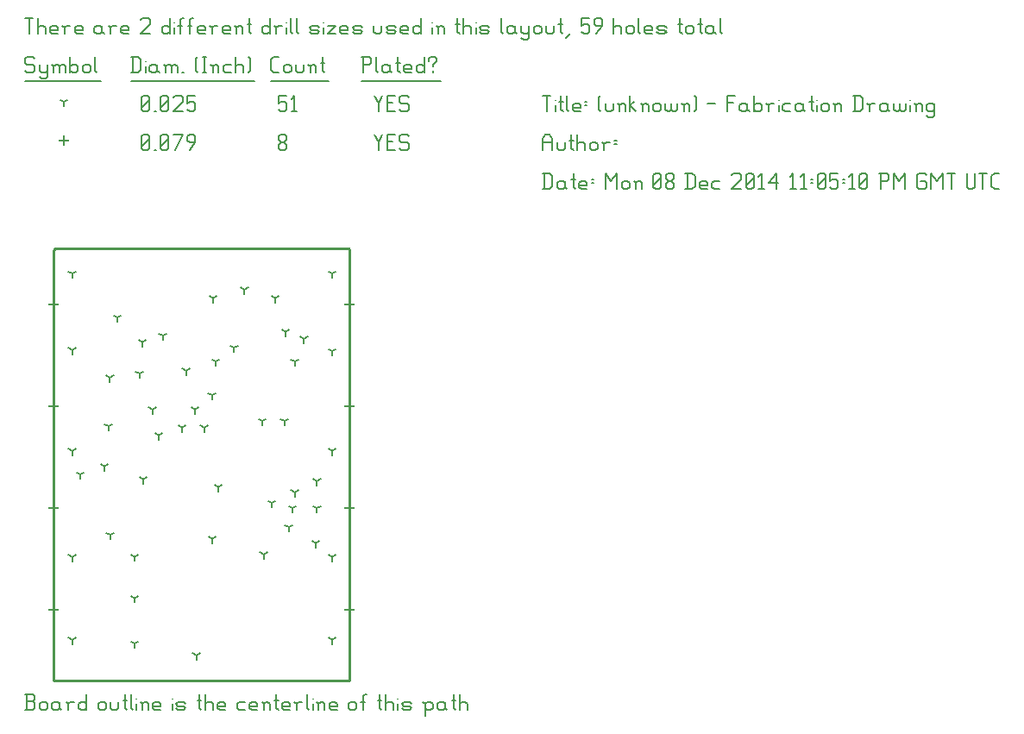
<source format=gbr>
G04 start of page 12 for group -3984 idx -3984 *
G04 Title: (unknown), fab *
G04 Creator: pcb 1.99z *
G04 CreationDate: Mon 08 Dec 2014 11:05:10 PM GMT UTC *
G04 For: commonadmin *
G04 Format: Gerber/RS-274X *
G04 PCB-Dimensions (mil): 1377.95 1692.91 *
G04 PCB-Coordinate-Origin: lower left *
%MOIN*%
%FSLAX25Y25*%
%LNFAB*%
%ADD66C,0.0100*%
%ADD65C,0.0075*%
%ADD64C,0.0060*%
%ADD63R,0.0080X0.0080*%
G54D63*X11000Y148891D02*Y145691D01*
X9400Y147291D02*X12600D01*
X11000Y109521D02*Y106321D01*
X9400Y107921D02*X12600D01*
X11000Y70151D02*Y66951D01*
X9400Y68551D02*X12600D01*
X11000Y30781D02*Y27581D01*
X9400Y29181D02*X12600D01*
X125173Y30781D02*Y27581D01*
X123573Y29181D02*X126773D01*
X125173Y70151D02*Y66951D01*
X123573Y68551D02*X126773D01*
X125173Y109521D02*Y106321D01*
X123573Y107921D02*X126773D01*
X125173Y148891D02*Y145691D01*
X123573Y147291D02*X126773D01*
X15000Y212141D02*Y208941D01*
X13400Y210541D02*X16600D01*
G54D64*X135000Y212791D02*X136500Y209791D01*
X138000Y212791D01*
X136500Y209791D02*Y206791D01*
X139800Y210091D02*X142050D01*
X139800Y206791D02*X142800D01*
X139800Y212791D02*Y206791D01*
Y212791D02*X142800D01*
X147600D02*X148350Y212041D01*
X145350Y212791D02*X147600D01*
X144600Y212041D02*X145350Y212791D01*
X144600Y212041D02*Y210541D01*
X145350Y209791D01*
X147600D01*
X148350Y209041D01*
Y207541D01*
X147600Y206791D02*X148350Y207541D01*
X145350Y206791D02*X147600D01*
X144600Y207541D02*X145350Y206791D01*
X98000Y207541D02*X98750Y206791D01*
X98000Y208741D02*Y207541D01*
Y208741D02*X99050Y209791D01*
X99950D01*
X101000Y208741D01*
Y207541D01*
X100250Y206791D02*X101000Y207541D01*
X98750Y206791D02*X100250D01*
X98000Y210841D02*X99050Y209791D01*
X98000Y212041D02*Y210841D01*
Y212041D02*X98750Y212791D01*
X100250D01*
X101000Y212041D01*
Y210841D01*
X99950Y209791D02*X101000Y210841D01*
X45000Y207541D02*X45750Y206791D01*
X45000Y212041D02*Y207541D01*
Y212041D02*X45750Y212791D01*
X47250D01*
X48000Y212041D01*
Y207541D01*
X47250Y206791D02*X48000Y207541D01*
X45750Y206791D02*X47250D01*
X45000Y208291D02*X48000Y211291D01*
X49800Y206791D02*X50550D01*
X52350Y207541D02*X53100Y206791D01*
X52350Y212041D02*Y207541D01*
Y212041D02*X53100Y212791D01*
X54600D01*
X55350Y212041D01*
Y207541D01*
X54600Y206791D02*X55350Y207541D01*
X53100Y206791D02*X54600D01*
X52350Y208291D02*X55350Y211291D01*
X57900Y206791D02*X60900Y212791D01*
X57150D02*X60900D01*
X63450Y206791D02*X65700Y209791D01*
Y212041D02*Y209791D01*
X64950Y212791D02*X65700Y212041D01*
X63450Y212791D02*X64950D01*
X62700Y212041D02*X63450Y212791D01*
X62700Y212041D02*Y210541D01*
X63450Y209791D01*
X65700D01*
X62130Y121587D02*Y119987D01*
Y121587D02*X63517Y122387D01*
X62130Y121587D02*X60743Y122387D01*
X73630Y125087D02*Y123487D01*
Y125087D02*X75017Y125887D01*
X73630Y125087D02*X72243Y125887D01*
X104130Y125217D02*Y123617D01*
Y125217D02*X105517Y126017D01*
X104130Y125217D02*X102743Y126017D01*
X51630Y96587D02*Y94987D01*
Y96587D02*X53017Y97387D01*
X51630Y96587D02*X50243Y97387D01*
X69130Y99587D02*Y97987D01*
Y99587D02*X70517Y100387D01*
X69130Y99587D02*X67743Y100387D01*
X65630Y106587D02*Y104987D01*
Y106587D02*X67017Y107387D01*
X65630Y106587D02*X64243Y107387D01*
X60630Y99587D02*Y97987D01*
Y99587D02*X62017Y100387D01*
X60630Y99587D02*X59243Y100387D01*
X42320Y16172D02*Y14572D01*
Y16172D02*X43707Y16972D01*
X42320Y16172D02*X40933Y16972D01*
X42320Y33672D02*Y32072D01*
Y33672D02*X43707Y34472D01*
X42320Y33672D02*X40933Y34472D01*
X42320Y49672D02*Y48072D01*
Y49672D02*X43707Y50472D01*
X42320Y49672D02*X40933Y50472D01*
X72190Y56587D02*Y54987D01*
Y56587D02*X73577Y57387D01*
X72190Y56587D02*X70803Y57387D01*
X32820Y58087D02*Y56487D01*
Y58087D02*X34207Y58887D01*
X32820Y58087D02*X31433Y58887D01*
X44130Y120491D02*Y118891D01*
Y120491D02*X45517Y121291D01*
X44130Y120491D02*X42743Y121291D01*
X53130Y135087D02*Y133487D01*
Y135087D02*X54517Y135887D01*
X53130Y135087D02*X51743Y135887D01*
X100130Y102087D02*Y100487D01*
Y102087D02*X101517Y102887D01*
X100130Y102087D02*X98743Y102887D01*
X91630Y102087D02*Y100487D01*
Y102087D02*X93017Y102887D01*
X91630Y102087D02*X90243Y102887D01*
X104130Y74587D02*Y72987D01*
Y74587D02*X105517Y75387D01*
X104130Y74587D02*X102743Y75387D01*
X72630Y149587D02*Y147987D01*
Y149587D02*X74017Y150387D01*
X72630Y149587D02*X71243Y150387D01*
X96630Y149587D02*Y147987D01*
Y149587D02*X98017Y150387D01*
X96630Y149587D02*X95243Y150387D01*
X66130Y11587D02*Y9987D01*
Y11587D02*X67517Y12387D01*
X66130Y11587D02*X64743Y12387D01*
X74630Y76587D02*Y74987D01*
Y76587D02*X76017Y77387D01*
X74630Y76587D02*X73243Y77387D01*
X45500Y79587D02*Y77987D01*
Y79587D02*X46887Y80387D01*
X45500Y79587D02*X44113Y80387D01*
X45216Y132587D02*Y130987D01*
Y132587D02*X46602Y133387D01*
X45216Y132587D02*X43829Y133387D01*
X49130Y106587D02*Y104987D01*
Y106587D02*X50517Y107387D01*
X49130Y106587D02*X47743Y107387D01*
X72130Y112087D02*Y110487D01*
Y112087D02*X73517Y112887D01*
X72130Y112087D02*X70743Y112887D01*
X35630Y142087D02*Y140487D01*
Y142087D02*X37017Y142887D01*
X35630Y142087D02*X34243Y142887D01*
X100630Y136587D02*Y134987D01*
Y136587D02*X102017Y137387D01*
X100630Y136587D02*X99243Y137387D01*
X92130Y50587D02*Y48987D01*
Y50587D02*X93517Y51387D01*
X92130Y50587D02*X90743Y51387D01*
X32130Y100087D02*Y98487D01*
Y100087D02*X33517Y100887D01*
X32130Y100087D02*X30743Y100887D01*
X30630Y84587D02*Y82987D01*
Y84587D02*X32017Y85387D01*
X30630Y84587D02*X29243Y85387D01*
X32760Y118957D02*Y117357D01*
Y118957D02*X34147Y119757D01*
X32760Y118957D02*X31373Y119757D01*
X21260Y81457D02*Y79857D01*
Y81457D02*X22647Y82257D01*
X21260Y81457D02*X19873Y82257D01*
X101820Y61217D02*Y59617D01*
Y61217D02*X103207Y62017D01*
X101820Y61217D02*X100433Y62017D01*
X112260Y54957D02*Y53357D01*
Y54957D02*X113647Y55757D01*
X112260Y54957D02*X110873Y55757D01*
X103260Y68457D02*Y66857D01*
Y68457D02*X104647Y69257D01*
X103260Y68457D02*X101873Y69257D01*
X112760Y68457D02*Y66857D01*
Y68457D02*X114147Y69257D01*
X112760Y68457D02*X111373Y69257D01*
X95260Y70457D02*Y68857D01*
Y70457D02*X96647Y71257D01*
X95260Y70457D02*X93873Y71257D01*
X112760Y78957D02*Y77357D01*
Y78957D02*X114147Y79757D01*
X112760Y78957D02*X111373Y79757D01*
X107760Y133957D02*Y132357D01*
Y133957D02*X109147Y134757D01*
X107760Y133957D02*X106373Y134757D01*
X80760Y130457D02*Y128857D01*
Y130457D02*X82147Y131257D01*
X80760Y130457D02*X79373Y131257D01*
X84760Y152957D02*Y151357D01*
Y152957D02*X86147Y153757D01*
X84760Y152957D02*X83373Y153757D01*
X18130Y159087D02*Y157487D01*
Y159087D02*X19517Y159887D01*
X18130Y159087D02*X16743Y159887D01*
X18130Y129587D02*Y127987D01*
Y129587D02*X19517Y130387D01*
X18130Y129587D02*X16743Y130387D01*
X18130Y90587D02*Y88987D01*
Y90587D02*X19517Y91387D01*
X18130Y90587D02*X16743Y91387D01*
X18130Y49587D02*Y47987D01*
Y49587D02*X19517Y50387D01*
X18130Y49587D02*X16743Y50387D01*
X18130Y17587D02*Y15987D01*
Y17587D02*X19517Y18387D01*
X18130Y17587D02*X16743Y18387D01*
X118630Y159087D02*Y157487D01*
Y159087D02*X120017Y159887D01*
X118630Y159087D02*X117243Y159887D01*
X118630Y129087D02*Y127487D01*
Y129087D02*X120017Y129887D01*
X118630Y129087D02*X117243Y129887D01*
X118630Y90587D02*Y88987D01*
Y90587D02*X120017Y91387D01*
X118630Y90587D02*X117243Y91387D01*
X118630Y49587D02*Y47987D01*
Y49587D02*X120017Y50387D01*
X118630Y49587D02*X117243Y50387D01*
X118630Y17587D02*Y15987D01*
Y17587D02*X120017Y18387D01*
X118630Y17587D02*X117243Y18387D01*
X15000Y225541D02*Y223941D01*
Y225541D02*X16387Y226341D01*
X15000Y225541D02*X13613Y226341D01*
X135000Y227791D02*X136500Y224791D01*
X138000Y227791D01*
X136500Y224791D02*Y221791D01*
X139800Y225091D02*X142050D01*
X139800Y221791D02*X142800D01*
X139800Y227791D02*Y221791D01*
Y227791D02*X142800D01*
X147600D02*X148350Y227041D01*
X145350Y227791D02*X147600D01*
X144600Y227041D02*X145350Y227791D01*
X144600Y227041D02*Y225541D01*
X145350Y224791D01*
X147600D01*
X148350Y224041D01*
Y222541D01*
X147600Y221791D02*X148350Y222541D01*
X145350Y221791D02*X147600D01*
X144600Y222541D02*X145350Y221791D01*
X98000Y227791D02*X101000D01*
X98000D02*Y224791D01*
X98750Y225541D01*
X100250D01*
X101000Y224791D01*
Y222541D01*
X100250Y221791D02*X101000Y222541D01*
X98750Y221791D02*X100250D01*
X98000Y222541D02*X98750Y221791D01*
X102800Y226591D02*X104000Y227791D01*
Y221791D01*
X102800D02*X105050D01*
X45000Y222541D02*X45750Y221791D01*
X45000Y227041D02*Y222541D01*
Y227041D02*X45750Y227791D01*
X47250D01*
X48000Y227041D01*
Y222541D01*
X47250Y221791D02*X48000Y222541D01*
X45750Y221791D02*X47250D01*
X45000Y223291D02*X48000Y226291D01*
X49800Y221791D02*X50550D01*
X52350Y222541D02*X53100Y221791D01*
X52350Y227041D02*Y222541D01*
Y227041D02*X53100Y227791D01*
X54600D01*
X55350Y227041D01*
Y222541D01*
X54600Y221791D02*X55350Y222541D01*
X53100Y221791D02*X54600D01*
X52350Y223291D02*X55350Y226291D01*
X57150Y227041D02*X57900Y227791D01*
X60150D01*
X60900Y227041D01*
Y225541D01*
X57150Y221791D02*X60900Y225541D01*
X57150Y221791D02*X60900D01*
X62700Y227791D02*X65700D01*
X62700D02*Y224791D01*
X63450Y225541D01*
X64950D01*
X65700Y224791D01*
Y222541D01*
X64950Y221791D02*X65700Y222541D01*
X63450Y221791D02*X64950D01*
X62700Y222541D02*X63450Y221791D01*
X3000Y242791D02*X3750Y242041D01*
X750Y242791D02*X3000D01*
X0Y242041D02*X750Y242791D01*
X0Y242041D02*Y240541D01*
X750Y239791D01*
X3000D01*
X3750Y239041D01*
Y237541D01*
X3000Y236791D02*X3750Y237541D01*
X750Y236791D02*X3000D01*
X0Y237541D02*X750Y236791D01*
X5550Y239791D02*Y237541D01*
X6300Y236791D01*
X8550Y239791D02*Y235291D01*
X7800Y234541D02*X8550Y235291D01*
X6300Y234541D02*X7800D01*
X5550Y235291D02*X6300Y234541D01*
Y236791D02*X7800D01*
X8550Y237541D01*
X11100Y239041D02*Y236791D01*
Y239041D02*X11850Y239791D01*
X12600D01*
X13350Y239041D01*
Y236791D01*
Y239041D02*X14100Y239791D01*
X14850D01*
X15600Y239041D01*
Y236791D01*
X10350Y239791D02*X11100Y239041D01*
X17400Y242791D02*Y236791D01*
Y237541D02*X18150Y236791D01*
X19650D01*
X20400Y237541D01*
Y239041D02*Y237541D01*
X19650Y239791D02*X20400Y239041D01*
X18150Y239791D02*X19650D01*
X17400Y239041D02*X18150Y239791D01*
X22200Y239041D02*Y237541D01*
Y239041D02*X22950Y239791D01*
X24450D01*
X25200Y239041D01*
Y237541D01*
X24450Y236791D02*X25200Y237541D01*
X22950Y236791D02*X24450D01*
X22200Y237541D02*X22950Y236791D01*
X27000Y242791D02*Y237541D01*
X27750Y236791D01*
X0Y233541D02*X29250D01*
X41750Y242791D02*Y236791D01*
X43700Y242791D02*X44750Y241741D01*
Y237841D01*
X43700Y236791D02*X44750Y237841D01*
X41000Y236791D02*X43700D01*
X41000Y242791D02*X43700D01*
G54D65*X46550Y241291D02*Y241141D01*
G54D64*Y239041D02*Y236791D01*
X50300Y239791D02*X51050Y239041D01*
X48800Y239791D02*X50300D01*
X48050Y239041D02*X48800Y239791D01*
X48050Y239041D02*Y237541D01*
X48800Y236791D01*
X51050Y239791D02*Y237541D01*
X51800Y236791D01*
X48800D02*X50300D01*
X51050Y237541D01*
X54350Y239041D02*Y236791D01*
Y239041D02*X55100Y239791D01*
X55850D01*
X56600Y239041D01*
Y236791D01*
Y239041D02*X57350Y239791D01*
X58100D01*
X58850Y239041D01*
Y236791D01*
X53600Y239791D02*X54350Y239041D01*
X60650Y236791D02*X61400D01*
X65900Y237541D02*X66650Y236791D01*
X65900Y242041D02*X66650Y242791D01*
X65900Y242041D02*Y237541D01*
X68450Y242791D02*X69950D01*
X69200D02*Y236791D01*
X68450D02*X69950D01*
X72500Y239041D02*Y236791D01*
Y239041D02*X73250Y239791D01*
X74000D01*
X74750Y239041D01*
Y236791D01*
X71750Y239791D02*X72500Y239041D01*
X77300Y239791D02*X79550D01*
X76550Y239041D02*X77300Y239791D01*
X76550Y239041D02*Y237541D01*
X77300Y236791D01*
X79550D01*
X81350Y242791D02*Y236791D01*
Y239041D02*X82100Y239791D01*
X83600D01*
X84350Y239041D01*
Y236791D01*
X86150Y242791D02*X86900Y242041D01*
Y237541D01*
X86150Y236791D02*X86900Y237541D01*
X41000Y233541D02*X88700D01*
X96050Y236791D02*X98000D01*
X95000Y237841D02*X96050Y236791D01*
X95000Y241741D02*Y237841D01*
Y241741D02*X96050Y242791D01*
X98000D01*
X99800Y239041D02*Y237541D01*
Y239041D02*X100550Y239791D01*
X102050D01*
X102800Y239041D01*
Y237541D01*
X102050Y236791D02*X102800Y237541D01*
X100550Y236791D02*X102050D01*
X99800Y237541D02*X100550Y236791D01*
X104600Y239791D02*Y237541D01*
X105350Y236791D01*
X106850D01*
X107600Y237541D01*
Y239791D02*Y237541D01*
X110150Y239041D02*Y236791D01*
Y239041D02*X110900Y239791D01*
X111650D01*
X112400Y239041D01*
Y236791D01*
X109400Y239791D02*X110150Y239041D01*
X114950Y242791D02*Y237541D01*
X115700Y236791D01*
X114200Y240541D02*X115700D01*
X95000Y233541D02*X117200D01*
X130750Y242791D02*Y236791D01*
X130000Y242791D02*X133000D01*
X133750Y242041D01*
Y240541D01*
X133000Y239791D02*X133750Y240541D01*
X130750Y239791D02*X133000D01*
X135550Y242791D02*Y237541D01*
X136300Y236791D01*
X140050Y239791D02*X140800Y239041D01*
X138550Y239791D02*X140050D01*
X137800Y239041D02*X138550Y239791D01*
X137800Y239041D02*Y237541D01*
X138550Y236791D01*
X140800Y239791D02*Y237541D01*
X141550Y236791D01*
X138550D02*X140050D01*
X140800Y237541D01*
X144100Y242791D02*Y237541D01*
X144850Y236791D01*
X143350Y240541D02*X144850D01*
X147100Y236791D02*X149350D01*
X146350Y237541D02*X147100Y236791D01*
X146350Y239041D02*Y237541D01*
Y239041D02*X147100Y239791D01*
X148600D01*
X149350Y239041D01*
X146350Y238291D02*X149350D01*
Y239041D02*Y238291D01*
X154150Y242791D02*Y236791D01*
X153400D02*X154150Y237541D01*
X151900Y236791D02*X153400D01*
X151150Y237541D02*X151900Y236791D01*
X151150Y239041D02*Y237541D01*
Y239041D02*X151900Y239791D01*
X153400D01*
X154150Y239041D01*
X157450Y239791D02*Y239041D01*
Y237541D02*Y236791D01*
X155950Y242041D02*Y241291D01*
Y242041D02*X156700Y242791D01*
X158200D01*
X158950Y242041D01*
Y241291D01*
X157450Y239791D02*X158950Y241291D01*
X130000Y233541D02*X160750D01*
X0Y257791D02*X3000D01*
X1500D02*Y251791D01*
X4800Y257791D02*Y251791D01*
Y254041D02*X5550Y254791D01*
X7050D01*
X7800Y254041D01*
Y251791D01*
X10350D02*X12600D01*
X9600Y252541D02*X10350Y251791D01*
X9600Y254041D02*Y252541D01*
Y254041D02*X10350Y254791D01*
X11850D01*
X12600Y254041D01*
X9600Y253291D02*X12600D01*
Y254041D02*Y253291D01*
X15150Y254041D02*Y251791D01*
Y254041D02*X15900Y254791D01*
X17400D01*
X14400D02*X15150Y254041D01*
X19950Y251791D02*X22200D01*
X19200Y252541D02*X19950Y251791D01*
X19200Y254041D02*Y252541D01*
Y254041D02*X19950Y254791D01*
X21450D01*
X22200Y254041D01*
X19200Y253291D02*X22200D01*
Y254041D02*Y253291D01*
X28950Y254791D02*X29700Y254041D01*
X27450Y254791D02*X28950D01*
X26700Y254041D02*X27450Y254791D01*
X26700Y254041D02*Y252541D01*
X27450Y251791D01*
X29700Y254791D02*Y252541D01*
X30450Y251791D01*
X27450D02*X28950D01*
X29700Y252541D01*
X33000Y254041D02*Y251791D01*
Y254041D02*X33750Y254791D01*
X35250D01*
X32250D02*X33000Y254041D01*
X37800Y251791D02*X40050D01*
X37050Y252541D02*X37800Y251791D01*
X37050Y254041D02*Y252541D01*
Y254041D02*X37800Y254791D01*
X39300D01*
X40050Y254041D01*
X37050Y253291D02*X40050D01*
Y254041D02*Y253291D01*
X44550Y257041D02*X45300Y257791D01*
X47550D01*
X48300Y257041D01*
Y255541D01*
X44550Y251791D02*X48300Y255541D01*
X44550Y251791D02*X48300D01*
X55800Y257791D02*Y251791D01*
X55050D02*X55800Y252541D01*
X53550Y251791D02*X55050D01*
X52800Y252541D02*X53550Y251791D01*
X52800Y254041D02*Y252541D01*
Y254041D02*X53550Y254791D01*
X55050D01*
X55800Y254041D01*
G54D65*X57600Y256291D02*Y256141D01*
G54D64*Y254041D02*Y251791D01*
X59850Y257041D02*Y251791D01*
Y257041D02*X60600Y257791D01*
X61350D01*
X59100Y254791D02*X60600D01*
X63600Y257041D02*Y251791D01*
Y257041D02*X64350Y257791D01*
X65100D01*
X62850Y254791D02*X64350D01*
X67350Y251791D02*X69600D01*
X66600Y252541D02*X67350Y251791D01*
X66600Y254041D02*Y252541D01*
Y254041D02*X67350Y254791D01*
X68850D01*
X69600Y254041D01*
X66600Y253291D02*X69600D01*
Y254041D02*Y253291D01*
X72150Y254041D02*Y251791D01*
Y254041D02*X72900Y254791D01*
X74400D01*
X71400D02*X72150Y254041D01*
X76950Y251791D02*X79200D01*
X76200Y252541D02*X76950Y251791D01*
X76200Y254041D02*Y252541D01*
Y254041D02*X76950Y254791D01*
X78450D01*
X79200Y254041D01*
X76200Y253291D02*X79200D01*
Y254041D02*Y253291D01*
X81750Y254041D02*Y251791D01*
Y254041D02*X82500Y254791D01*
X83250D01*
X84000Y254041D01*
Y251791D01*
X81000Y254791D02*X81750Y254041D01*
X86550Y257791D02*Y252541D01*
X87300Y251791D01*
X85800Y255541D02*X87300D01*
X94500Y257791D02*Y251791D01*
X93750D02*X94500Y252541D01*
X92250Y251791D02*X93750D01*
X91500Y252541D02*X92250Y251791D01*
X91500Y254041D02*Y252541D01*
Y254041D02*X92250Y254791D01*
X93750D01*
X94500Y254041D01*
X97050D02*Y251791D01*
Y254041D02*X97800Y254791D01*
X99300D01*
X96300D02*X97050Y254041D01*
G54D65*X101100Y256291D02*Y256141D01*
G54D64*Y254041D02*Y251791D01*
X102600Y257791D02*Y252541D01*
X103350Y251791D01*
X104850Y257791D02*Y252541D01*
X105600Y251791D01*
X110550D02*X112800D01*
X113550Y252541D01*
X112800Y253291D02*X113550Y252541D01*
X110550Y253291D02*X112800D01*
X109800Y254041D02*X110550Y253291D01*
X109800Y254041D02*X110550Y254791D01*
X112800D01*
X113550Y254041D01*
X109800Y252541D02*X110550Y251791D01*
G54D65*X115350Y256291D02*Y256141D01*
G54D64*Y254041D02*Y251791D01*
X116850Y254791D02*X119850D01*
X116850Y251791D02*X119850Y254791D01*
X116850Y251791D02*X119850D01*
X122400D02*X124650D01*
X121650Y252541D02*X122400Y251791D01*
X121650Y254041D02*Y252541D01*
Y254041D02*X122400Y254791D01*
X123900D01*
X124650Y254041D01*
X121650Y253291D02*X124650D01*
Y254041D02*Y253291D01*
X127200Y251791D02*X129450D01*
X130200Y252541D01*
X129450Y253291D02*X130200Y252541D01*
X127200Y253291D02*X129450D01*
X126450Y254041D02*X127200Y253291D01*
X126450Y254041D02*X127200Y254791D01*
X129450D01*
X130200Y254041D01*
X126450Y252541D02*X127200Y251791D01*
X134700Y254791D02*Y252541D01*
X135450Y251791D01*
X136950D01*
X137700Y252541D01*
Y254791D02*Y252541D01*
X140250Y251791D02*X142500D01*
X143250Y252541D01*
X142500Y253291D02*X143250Y252541D01*
X140250Y253291D02*X142500D01*
X139500Y254041D02*X140250Y253291D01*
X139500Y254041D02*X140250Y254791D01*
X142500D01*
X143250Y254041D01*
X139500Y252541D02*X140250Y251791D01*
X145800D02*X148050D01*
X145050Y252541D02*X145800Y251791D01*
X145050Y254041D02*Y252541D01*
Y254041D02*X145800Y254791D01*
X147300D01*
X148050Y254041D01*
X145050Y253291D02*X148050D01*
Y254041D02*Y253291D01*
X152850Y257791D02*Y251791D01*
X152100D02*X152850Y252541D01*
X150600Y251791D02*X152100D01*
X149850Y252541D02*X150600Y251791D01*
X149850Y254041D02*Y252541D01*
Y254041D02*X150600Y254791D01*
X152100D01*
X152850Y254041D01*
G54D65*X157350Y256291D02*Y256141D01*
G54D64*Y254041D02*Y251791D01*
X159600Y254041D02*Y251791D01*
Y254041D02*X160350Y254791D01*
X161100D01*
X161850Y254041D01*
Y251791D01*
X158850Y254791D02*X159600Y254041D01*
X167100Y257791D02*Y252541D01*
X167850Y251791D01*
X166350Y255541D02*X167850D01*
X169350Y257791D02*Y251791D01*
Y254041D02*X170100Y254791D01*
X171600D01*
X172350Y254041D01*
Y251791D01*
G54D65*X174150Y256291D02*Y256141D01*
G54D64*Y254041D02*Y251791D01*
X176400D02*X178650D01*
X179400Y252541D01*
X178650Y253291D02*X179400Y252541D01*
X176400Y253291D02*X178650D01*
X175650Y254041D02*X176400Y253291D01*
X175650Y254041D02*X176400Y254791D01*
X178650D01*
X179400Y254041D01*
X175650Y252541D02*X176400Y251791D01*
X183900Y257791D02*Y252541D01*
X184650Y251791D01*
X188400Y254791D02*X189150Y254041D01*
X186900Y254791D02*X188400D01*
X186150Y254041D02*X186900Y254791D01*
X186150Y254041D02*Y252541D01*
X186900Y251791D01*
X189150Y254791D02*Y252541D01*
X189900Y251791D01*
X186900D02*X188400D01*
X189150Y252541D01*
X191700Y254791D02*Y252541D01*
X192450Y251791D01*
X194700Y254791D02*Y250291D01*
X193950Y249541D02*X194700Y250291D01*
X192450Y249541D02*X193950D01*
X191700Y250291D02*X192450Y249541D01*
Y251791D02*X193950D01*
X194700Y252541D01*
X196500Y254041D02*Y252541D01*
Y254041D02*X197250Y254791D01*
X198750D01*
X199500Y254041D01*
Y252541D01*
X198750Y251791D02*X199500Y252541D01*
X197250Y251791D02*X198750D01*
X196500Y252541D02*X197250Y251791D01*
X201300Y254791D02*Y252541D01*
X202050Y251791D01*
X203550D01*
X204300Y252541D01*
Y254791D02*Y252541D01*
X206850Y257791D02*Y252541D01*
X207600Y251791D01*
X206100Y255541D02*X207600D01*
X209100Y250291D02*X210600Y251791D01*
X215100Y257791D02*X218100D01*
X215100D02*Y254791D01*
X215850Y255541D01*
X217350D01*
X218100Y254791D01*
Y252541D01*
X217350Y251791D02*X218100Y252541D01*
X215850Y251791D02*X217350D01*
X215100Y252541D02*X215850Y251791D01*
X220650D02*X222900Y254791D01*
Y257041D02*Y254791D01*
X222150Y257791D02*X222900Y257041D01*
X220650Y257791D02*X222150D01*
X219900Y257041D02*X220650Y257791D01*
X219900Y257041D02*Y255541D01*
X220650Y254791D01*
X222900D01*
X227400Y257791D02*Y251791D01*
Y254041D02*X228150Y254791D01*
X229650D01*
X230400Y254041D01*
Y251791D01*
X232200Y254041D02*Y252541D01*
Y254041D02*X232950Y254791D01*
X234450D01*
X235200Y254041D01*
Y252541D01*
X234450Y251791D02*X235200Y252541D01*
X232950Y251791D02*X234450D01*
X232200Y252541D02*X232950Y251791D01*
X237000Y257791D02*Y252541D01*
X237750Y251791D01*
X240000D02*X242250D01*
X239250Y252541D02*X240000Y251791D01*
X239250Y254041D02*Y252541D01*
Y254041D02*X240000Y254791D01*
X241500D01*
X242250Y254041D01*
X239250Y253291D02*X242250D01*
Y254041D02*Y253291D01*
X244800Y251791D02*X247050D01*
X247800Y252541D01*
X247050Y253291D02*X247800Y252541D01*
X244800Y253291D02*X247050D01*
X244050Y254041D02*X244800Y253291D01*
X244050Y254041D02*X244800Y254791D01*
X247050D01*
X247800Y254041D01*
X244050Y252541D02*X244800Y251791D01*
X253050Y257791D02*Y252541D01*
X253800Y251791D01*
X252300Y255541D02*X253800D01*
X255300Y254041D02*Y252541D01*
Y254041D02*X256050Y254791D01*
X257550D01*
X258300Y254041D01*
Y252541D01*
X257550Y251791D02*X258300Y252541D01*
X256050Y251791D02*X257550D01*
X255300Y252541D02*X256050Y251791D01*
X260850Y257791D02*Y252541D01*
X261600Y251791D01*
X260100Y255541D02*X261600D01*
X265350Y254791D02*X266100Y254041D01*
X263850Y254791D02*X265350D01*
X263100Y254041D02*X263850Y254791D01*
X263100Y254041D02*Y252541D01*
X263850Y251791D01*
X266100Y254791D02*Y252541D01*
X266850Y251791D01*
X263850D02*X265350D01*
X266100Y252541D01*
X268650Y257791D02*Y252541D01*
X269400Y251791D01*
G54D66*X125173Y1965D02*X125000Y1791D01*
X11000D02*X125000D01*
X125173Y1965D02*Y168618D01*
X125000Y168791D01*
X11000Y1791D02*Y168291D01*
X11500Y168791D01*
X125000D02*X11500D01*
G54D64*X0Y-9500D02*X3000D01*
X3750Y-8750D01*
Y-6950D02*Y-8750D01*
X3000Y-6200D02*X3750Y-6950D01*
X750Y-6200D02*X3000D01*
X750Y-3500D02*Y-9500D01*
X0Y-3500D02*X3000D01*
X3750Y-4250D01*
Y-5450D01*
X3000Y-6200D02*X3750Y-5450D01*
X5550Y-7250D02*Y-8750D01*
Y-7250D02*X6300Y-6500D01*
X7800D01*
X8550Y-7250D01*
Y-8750D01*
X7800Y-9500D02*X8550Y-8750D01*
X6300Y-9500D02*X7800D01*
X5550Y-8750D02*X6300Y-9500D01*
X12600Y-6500D02*X13350Y-7250D01*
X11100Y-6500D02*X12600D01*
X10350Y-7250D02*X11100Y-6500D01*
X10350Y-7250D02*Y-8750D01*
X11100Y-9500D01*
X13350Y-6500D02*Y-8750D01*
X14100Y-9500D01*
X11100D02*X12600D01*
X13350Y-8750D01*
X16650Y-7250D02*Y-9500D01*
Y-7250D02*X17400Y-6500D01*
X18900D01*
X15900D02*X16650Y-7250D01*
X23700Y-3500D02*Y-9500D01*
X22950D02*X23700Y-8750D01*
X21450Y-9500D02*X22950D01*
X20700Y-8750D02*X21450Y-9500D01*
X20700Y-7250D02*Y-8750D01*
Y-7250D02*X21450Y-6500D01*
X22950D01*
X23700Y-7250D01*
X28200D02*Y-8750D01*
Y-7250D02*X28950Y-6500D01*
X30450D01*
X31200Y-7250D01*
Y-8750D01*
X30450Y-9500D02*X31200Y-8750D01*
X28950Y-9500D02*X30450D01*
X28200Y-8750D02*X28950Y-9500D01*
X33000Y-6500D02*Y-8750D01*
X33750Y-9500D01*
X35250D01*
X36000Y-8750D01*
Y-6500D02*Y-8750D01*
X38550Y-3500D02*Y-8750D01*
X39300Y-9500D01*
X37800Y-5750D02*X39300D01*
X40800Y-3500D02*Y-8750D01*
X41550Y-9500D01*
G54D65*X43050Y-5000D02*Y-5150D01*
G54D64*Y-7250D02*Y-9500D01*
X45300Y-7250D02*Y-9500D01*
Y-7250D02*X46050Y-6500D01*
X46800D01*
X47550Y-7250D01*
Y-9500D01*
X44550Y-6500D02*X45300Y-7250D01*
X50100Y-9500D02*X52350D01*
X49350Y-8750D02*X50100Y-9500D01*
X49350Y-7250D02*Y-8750D01*
Y-7250D02*X50100Y-6500D01*
X51600D01*
X52350Y-7250D01*
X49350Y-8000D02*X52350D01*
Y-7250D02*Y-8000D01*
G54D65*X56850Y-5000D02*Y-5150D01*
G54D64*Y-7250D02*Y-9500D01*
X59100D02*X61350D01*
X62100Y-8750D01*
X61350Y-8000D02*X62100Y-8750D01*
X59100Y-8000D02*X61350D01*
X58350Y-7250D02*X59100Y-8000D01*
X58350Y-7250D02*X59100Y-6500D01*
X61350D01*
X62100Y-7250D01*
X58350Y-8750D02*X59100Y-9500D01*
X67350Y-3500D02*Y-8750D01*
X68100Y-9500D01*
X66600Y-5750D02*X68100D01*
X69600Y-3500D02*Y-9500D01*
Y-7250D02*X70350Y-6500D01*
X71850D01*
X72600Y-7250D01*
Y-9500D01*
X75150D02*X77400D01*
X74400Y-8750D02*X75150Y-9500D01*
X74400Y-7250D02*Y-8750D01*
Y-7250D02*X75150Y-6500D01*
X76650D01*
X77400Y-7250D01*
X74400Y-8000D02*X77400D01*
Y-7250D02*Y-8000D01*
X82650Y-6500D02*X84900D01*
X81900Y-7250D02*X82650Y-6500D01*
X81900Y-7250D02*Y-8750D01*
X82650Y-9500D01*
X84900D01*
X87450D02*X89700D01*
X86700Y-8750D02*X87450Y-9500D01*
X86700Y-7250D02*Y-8750D01*
Y-7250D02*X87450Y-6500D01*
X88950D01*
X89700Y-7250D01*
X86700Y-8000D02*X89700D01*
Y-7250D02*Y-8000D01*
X92250Y-7250D02*Y-9500D01*
Y-7250D02*X93000Y-6500D01*
X93750D01*
X94500Y-7250D01*
Y-9500D01*
X91500Y-6500D02*X92250Y-7250D01*
X97050Y-3500D02*Y-8750D01*
X97800Y-9500D01*
X96300Y-5750D02*X97800D01*
X100050Y-9500D02*X102300D01*
X99300Y-8750D02*X100050Y-9500D01*
X99300Y-7250D02*Y-8750D01*
Y-7250D02*X100050Y-6500D01*
X101550D01*
X102300Y-7250D01*
X99300Y-8000D02*X102300D01*
Y-7250D02*Y-8000D01*
X104850Y-7250D02*Y-9500D01*
Y-7250D02*X105600Y-6500D01*
X107100D01*
X104100D02*X104850Y-7250D01*
X108900Y-3500D02*Y-8750D01*
X109650Y-9500D01*
G54D65*X111150Y-5000D02*Y-5150D01*
G54D64*Y-7250D02*Y-9500D01*
X113400Y-7250D02*Y-9500D01*
Y-7250D02*X114150Y-6500D01*
X114900D01*
X115650Y-7250D01*
Y-9500D01*
X112650Y-6500D02*X113400Y-7250D01*
X118200Y-9500D02*X120450D01*
X117450Y-8750D02*X118200Y-9500D01*
X117450Y-7250D02*Y-8750D01*
Y-7250D02*X118200Y-6500D01*
X119700D01*
X120450Y-7250D01*
X117450Y-8000D02*X120450D01*
Y-7250D02*Y-8000D01*
X124950Y-7250D02*Y-8750D01*
Y-7250D02*X125700Y-6500D01*
X127200D01*
X127950Y-7250D01*
Y-8750D01*
X127200Y-9500D02*X127950Y-8750D01*
X125700Y-9500D02*X127200D01*
X124950Y-8750D02*X125700Y-9500D01*
X130500Y-4250D02*Y-9500D01*
Y-4250D02*X131250Y-3500D01*
X132000D01*
X129750Y-6500D02*X131250D01*
X136950Y-3500D02*Y-8750D01*
X137700Y-9500D01*
X136200Y-5750D02*X137700D01*
X139200Y-3500D02*Y-9500D01*
Y-7250D02*X139950Y-6500D01*
X141450D01*
X142200Y-7250D01*
Y-9500D01*
G54D65*X144000Y-5000D02*Y-5150D01*
G54D64*Y-7250D02*Y-9500D01*
X146250D02*X148500D01*
X149250Y-8750D01*
X148500Y-8000D02*X149250Y-8750D01*
X146250Y-8000D02*X148500D01*
X145500Y-7250D02*X146250Y-8000D01*
X145500Y-7250D02*X146250Y-6500D01*
X148500D01*
X149250Y-7250D01*
X145500Y-8750D02*X146250Y-9500D01*
X154500Y-7250D02*Y-11750D01*
X153750Y-6500D02*X154500Y-7250D01*
X155250Y-6500D01*
X156750D01*
X157500Y-7250D01*
Y-8750D01*
X156750Y-9500D02*X157500Y-8750D01*
X155250Y-9500D02*X156750D01*
X154500Y-8750D02*X155250Y-9500D01*
X161550Y-6500D02*X162300Y-7250D01*
X160050Y-6500D02*X161550D01*
X159300Y-7250D02*X160050Y-6500D01*
X159300Y-7250D02*Y-8750D01*
X160050Y-9500D01*
X162300Y-6500D02*Y-8750D01*
X163050Y-9500D01*
X160050D02*X161550D01*
X162300Y-8750D01*
X165600Y-3500D02*Y-8750D01*
X166350Y-9500D01*
X164850Y-5750D02*X166350D01*
X167850Y-3500D02*Y-9500D01*
Y-7250D02*X168600Y-6500D01*
X170100D01*
X170850Y-7250D01*
Y-9500D01*
X200750Y197791D02*Y191791D01*
X202700Y197791D02*X203750Y196741D01*
Y192841D01*
X202700Y191791D02*X203750Y192841D01*
X200000Y191791D02*X202700D01*
X200000Y197791D02*X202700D01*
X207800Y194791D02*X208550Y194041D01*
X206300Y194791D02*X207800D01*
X205550Y194041D02*X206300Y194791D01*
X205550Y194041D02*Y192541D01*
X206300Y191791D01*
X208550Y194791D02*Y192541D01*
X209300Y191791D01*
X206300D02*X207800D01*
X208550Y192541D01*
X211850Y197791D02*Y192541D01*
X212600Y191791D01*
X211100Y195541D02*X212600D01*
X214850Y191791D02*X217100D01*
X214100Y192541D02*X214850Y191791D01*
X214100Y194041D02*Y192541D01*
Y194041D02*X214850Y194791D01*
X216350D01*
X217100Y194041D01*
X214100Y193291D02*X217100D01*
Y194041D02*Y193291D01*
X218900Y195541D02*X219650D01*
X218900Y194041D02*X219650D01*
X224150Y197791D02*Y191791D01*
Y197791D02*X226400Y194791D01*
X228650Y197791D01*
Y191791D01*
X230450Y194041D02*Y192541D01*
Y194041D02*X231200Y194791D01*
X232700D01*
X233450Y194041D01*
Y192541D01*
X232700Y191791D02*X233450Y192541D01*
X231200Y191791D02*X232700D01*
X230450Y192541D02*X231200Y191791D01*
X236000Y194041D02*Y191791D01*
Y194041D02*X236750Y194791D01*
X237500D01*
X238250Y194041D01*
Y191791D01*
X235250Y194791D02*X236000Y194041D01*
X242750Y192541D02*X243500Y191791D01*
X242750Y197041D02*Y192541D01*
Y197041D02*X243500Y197791D01*
X245000D01*
X245750Y197041D01*
Y192541D01*
X245000Y191791D02*X245750Y192541D01*
X243500Y191791D02*X245000D01*
X242750Y193291D02*X245750Y196291D01*
X247550Y192541D02*X248300Y191791D01*
X247550Y193741D02*Y192541D01*
Y193741D02*X248600Y194791D01*
X249500D01*
X250550Y193741D01*
Y192541D01*
X249800Y191791D02*X250550Y192541D01*
X248300Y191791D02*X249800D01*
X247550Y195841D02*X248600Y194791D01*
X247550Y197041D02*Y195841D01*
Y197041D02*X248300Y197791D01*
X249800D01*
X250550Y197041D01*
Y195841D01*
X249500Y194791D02*X250550Y195841D01*
X255800Y197791D02*Y191791D01*
X257750Y197791D02*X258800Y196741D01*
Y192841D01*
X257750Y191791D02*X258800Y192841D01*
X255050Y191791D02*X257750D01*
X255050Y197791D02*X257750D01*
X261350Y191791D02*X263600D01*
X260600Y192541D02*X261350Y191791D01*
X260600Y194041D02*Y192541D01*
Y194041D02*X261350Y194791D01*
X262850D01*
X263600Y194041D01*
X260600Y193291D02*X263600D01*
Y194041D02*Y193291D01*
X266150Y194791D02*X268400D01*
X265400Y194041D02*X266150Y194791D01*
X265400Y194041D02*Y192541D01*
X266150Y191791D01*
X268400D01*
X272900Y197041D02*X273650Y197791D01*
X275900D01*
X276650Y197041D01*
Y195541D01*
X272900Y191791D02*X276650Y195541D01*
X272900Y191791D02*X276650D01*
X278450Y192541D02*X279200Y191791D01*
X278450Y197041D02*Y192541D01*
Y197041D02*X279200Y197791D01*
X280700D01*
X281450Y197041D01*
Y192541D01*
X280700Y191791D02*X281450Y192541D01*
X279200Y191791D02*X280700D01*
X278450Y193291D02*X281450Y196291D01*
X283250Y196591D02*X284450Y197791D01*
Y191791D01*
X283250D02*X285500D01*
X287300Y194041D02*X290300Y197791D01*
X287300Y194041D02*X291050D01*
X290300Y197791D02*Y191791D01*
X295550Y196591D02*X296750Y197791D01*
Y191791D01*
X295550D02*X297800D01*
X299600Y196591D02*X300800Y197791D01*
Y191791D01*
X299600D02*X301850D01*
X303650Y195541D02*X304400D01*
X303650Y194041D02*X304400D01*
X306200Y192541D02*X306950Y191791D01*
X306200Y197041D02*Y192541D01*
Y197041D02*X306950Y197791D01*
X308450D01*
X309200Y197041D01*
Y192541D01*
X308450Y191791D02*X309200Y192541D01*
X306950Y191791D02*X308450D01*
X306200Y193291D02*X309200Y196291D01*
X311000Y197791D02*X314000D01*
X311000D02*Y194791D01*
X311750Y195541D01*
X313250D01*
X314000Y194791D01*
Y192541D01*
X313250Y191791D02*X314000Y192541D01*
X311750Y191791D02*X313250D01*
X311000Y192541D02*X311750Y191791D01*
X315800Y195541D02*X316550D01*
X315800Y194041D02*X316550D01*
X318350Y196591D02*X319550Y197791D01*
Y191791D01*
X318350D02*X320600D01*
X322400Y192541D02*X323150Y191791D01*
X322400Y197041D02*Y192541D01*
Y197041D02*X323150Y197791D01*
X324650D01*
X325400Y197041D01*
Y192541D01*
X324650Y191791D02*X325400Y192541D01*
X323150Y191791D02*X324650D01*
X322400Y193291D02*X325400Y196291D01*
X330650Y197791D02*Y191791D01*
X329900Y197791D02*X332900D01*
X333650Y197041D01*
Y195541D01*
X332900Y194791D02*X333650Y195541D01*
X330650Y194791D02*X332900D01*
X335450Y197791D02*Y191791D01*
Y197791D02*X337700Y194791D01*
X339950Y197791D01*
Y191791D01*
X347450Y197791D02*X348200Y197041D01*
X345200Y197791D02*X347450D01*
X344450Y197041D02*X345200Y197791D01*
X344450Y197041D02*Y192541D01*
X345200Y191791D01*
X347450D01*
X348200Y192541D01*
Y194041D02*Y192541D01*
X347450Y194791D02*X348200Y194041D01*
X345950Y194791D02*X347450D01*
X350000Y197791D02*Y191791D01*
Y197791D02*X352250Y194791D01*
X354500Y197791D01*
Y191791D01*
X356300Y197791D02*X359300D01*
X357800D02*Y191791D01*
X363800Y197791D02*Y192541D01*
X364550Y191791D01*
X366050D01*
X366800Y192541D01*
Y197791D02*Y192541D01*
X368600Y197791D02*X371600D01*
X370100D02*Y191791D01*
X374450D02*X376400D01*
X373400Y192841D02*X374450Y191791D01*
X373400Y196741D02*Y192841D01*
Y196741D02*X374450Y197791D01*
X376400D01*
X200000Y211291D02*Y206791D01*
Y211291D02*X201050Y212791D01*
X202700D01*
X203750Y211291D01*
Y206791D01*
X200000Y209791D02*X203750D01*
X205550D02*Y207541D01*
X206300Y206791D01*
X207800D01*
X208550Y207541D01*
Y209791D02*Y207541D01*
X211100Y212791D02*Y207541D01*
X211850Y206791D01*
X210350Y210541D02*X211850D01*
X213350Y212791D02*Y206791D01*
Y209041D02*X214100Y209791D01*
X215600D01*
X216350Y209041D01*
Y206791D01*
X218150Y209041D02*Y207541D01*
Y209041D02*X218900Y209791D01*
X220400D01*
X221150Y209041D01*
Y207541D01*
X220400Y206791D02*X221150Y207541D01*
X218900Y206791D02*X220400D01*
X218150Y207541D02*X218900Y206791D01*
X223700Y209041D02*Y206791D01*
Y209041D02*X224450Y209791D01*
X225950D01*
X222950D02*X223700Y209041D01*
X227750Y210541D02*X228500D01*
X227750Y209041D02*X228500D01*
X200000Y227791D02*X203000D01*
X201500D02*Y221791D01*
G54D65*X204800Y226291D02*Y226141D01*
G54D64*Y224041D02*Y221791D01*
X207050Y227791D02*Y222541D01*
X207800Y221791D01*
X206300Y225541D02*X207800D01*
X209300Y227791D02*Y222541D01*
X210050Y221791D01*
X212300D02*X214550D01*
X211550Y222541D02*X212300Y221791D01*
X211550Y224041D02*Y222541D01*
Y224041D02*X212300Y224791D01*
X213800D01*
X214550Y224041D01*
X211550Y223291D02*X214550D01*
Y224041D02*Y223291D01*
X216350Y225541D02*X217100D01*
X216350Y224041D02*X217100D01*
X221600Y222541D02*X222350Y221791D01*
X221600Y227041D02*X222350Y227791D01*
X221600Y227041D02*Y222541D01*
X224150Y224791D02*Y222541D01*
X224900Y221791D01*
X226400D01*
X227150Y222541D01*
Y224791D02*Y222541D01*
X229700Y224041D02*Y221791D01*
Y224041D02*X230450Y224791D01*
X231200D01*
X231950Y224041D01*
Y221791D01*
X228950Y224791D02*X229700Y224041D01*
X233750Y227791D02*Y221791D01*
Y224041D02*X236000Y221791D01*
X233750Y224041D02*X235250Y225541D01*
X238550Y224041D02*Y221791D01*
Y224041D02*X239300Y224791D01*
X240050D01*
X240800Y224041D01*
Y221791D01*
X237800Y224791D02*X238550Y224041D01*
X242600D02*Y222541D01*
Y224041D02*X243350Y224791D01*
X244850D01*
X245600Y224041D01*
Y222541D01*
X244850Y221791D02*X245600Y222541D01*
X243350Y221791D02*X244850D01*
X242600Y222541D02*X243350Y221791D01*
X247400Y224791D02*Y222541D01*
X248150Y221791D01*
X248900D01*
X249650Y222541D01*
Y224791D02*Y222541D01*
X250400Y221791D01*
X251150D01*
X251900Y222541D01*
Y224791D02*Y222541D01*
X254450Y224041D02*Y221791D01*
Y224041D02*X255200Y224791D01*
X255950D01*
X256700Y224041D01*
Y221791D01*
X253700Y224791D02*X254450Y224041D01*
X258500Y227791D02*X259250Y227041D01*
Y222541D01*
X258500Y221791D02*X259250Y222541D01*
X263750Y224791D02*X266750D01*
X271250Y227791D02*Y221791D01*
Y227791D02*X274250D01*
X271250Y225091D02*X273500D01*
X278300Y224791D02*X279050Y224041D01*
X276800Y224791D02*X278300D01*
X276050Y224041D02*X276800Y224791D01*
X276050Y224041D02*Y222541D01*
X276800Y221791D01*
X279050Y224791D02*Y222541D01*
X279800Y221791D01*
X276800D02*X278300D01*
X279050Y222541D01*
X281600Y227791D02*Y221791D01*
Y222541D02*X282350Y221791D01*
X283850D01*
X284600Y222541D01*
Y224041D02*Y222541D01*
X283850Y224791D02*X284600Y224041D01*
X282350Y224791D02*X283850D01*
X281600Y224041D02*X282350Y224791D01*
X287150Y224041D02*Y221791D01*
Y224041D02*X287900Y224791D01*
X289400D01*
X286400D02*X287150Y224041D01*
G54D65*X291200Y226291D02*Y226141D01*
G54D64*Y224041D02*Y221791D01*
X293450Y224791D02*X295700D01*
X292700Y224041D02*X293450Y224791D01*
X292700Y224041D02*Y222541D01*
X293450Y221791D01*
X295700D01*
X299750Y224791D02*X300500Y224041D01*
X298250Y224791D02*X299750D01*
X297500Y224041D02*X298250Y224791D01*
X297500Y224041D02*Y222541D01*
X298250Y221791D01*
X300500Y224791D02*Y222541D01*
X301250Y221791D01*
X298250D02*X299750D01*
X300500Y222541D01*
X303800Y227791D02*Y222541D01*
X304550Y221791D01*
X303050Y225541D02*X304550D01*
G54D65*X306050Y226291D02*Y226141D01*
G54D64*Y224041D02*Y221791D01*
X307550Y224041D02*Y222541D01*
Y224041D02*X308300Y224791D01*
X309800D01*
X310550Y224041D01*
Y222541D01*
X309800Y221791D02*X310550Y222541D01*
X308300Y221791D02*X309800D01*
X307550Y222541D02*X308300Y221791D01*
X313100Y224041D02*Y221791D01*
Y224041D02*X313850Y224791D01*
X314600D01*
X315350Y224041D01*
Y221791D01*
X312350Y224791D02*X313100Y224041D01*
X320600Y227791D02*Y221791D01*
X322550Y227791D02*X323600Y226741D01*
Y222841D01*
X322550Y221791D02*X323600Y222841D01*
X319850Y221791D02*X322550D01*
X319850Y227791D02*X322550D01*
X326150Y224041D02*Y221791D01*
Y224041D02*X326900Y224791D01*
X328400D01*
X325400D02*X326150Y224041D01*
X332450Y224791D02*X333200Y224041D01*
X330950Y224791D02*X332450D01*
X330200Y224041D02*X330950Y224791D01*
X330200Y224041D02*Y222541D01*
X330950Y221791D01*
X333200Y224791D02*Y222541D01*
X333950Y221791D01*
X330950D02*X332450D01*
X333200Y222541D01*
X335750Y224791D02*Y222541D01*
X336500Y221791D01*
X337250D01*
X338000Y222541D01*
Y224791D02*Y222541D01*
X338750Y221791D01*
X339500D01*
X340250Y222541D01*
Y224791D02*Y222541D01*
G54D65*X342050Y226291D02*Y226141D01*
G54D64*Y224041D02*Y221791D01*
X344300Y224041D02*Y221791D01*
Y224041D02*X345050Y224791D01*
X345800D01*
X346550Y224041D01*
Y221791D01*
X343550Y224791D02*X344300Y224041D01*
X350600Y224791D02*X351350Y224041D01*
X349100Y224791D02*X350600D01*
X348350Y224041D02*X349100Y224791D01*
X348350Y224041D02*Y222541D01*
X349100Y221791D01*
X350600D01*
X351350Y222541D01*
X348350Y220291D02*X349100Y219541D01*
X350600D01*
X351350Y220291D01*
Y224791D02*Y220291D01*
M02*

</source>
